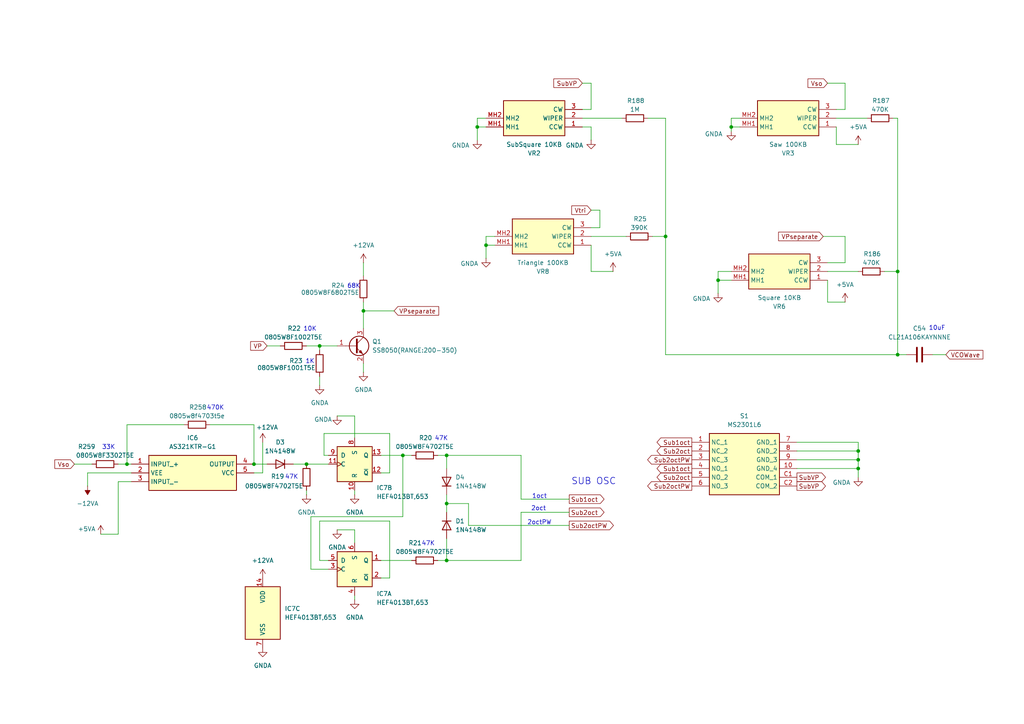
<source format=kicad_sch>
(kicad_sch (version 20250114) (generator "eeschema") (generator_version "9.0")
  (paper "A4")
  (lib_symbols
    (symbol "4xxx:4013" (pin_names (offset 1.016))
      (property "Reference" "U" (at -7.62 8.89 0))
      (property "Value" "4013" (at -7.62 -8.89 0))
      (symbol "4013_1_1"
        (rectangle (start -5.08 5.08) (end 5.08 -5.08) (stroke (width 0.254)) (fill (type background)))
        (pin input line (at -7.62 2.54 0) (length 2.54) (name "D") (number "5"))
        (pin input clock (at -7.62 0 0) (length 2.54) (name "C") (number "3"))
        (pin input line (at 0 7.62 270) (length 2.54) (name "S") (number "6"))
        (pin input line (at 0 -7.62 90) (length 2.54) (name "R") (number "4"))
        (pin output line (at 7.62 2.54 180) (length 2.54) (name "Q") (number "1"))
        (pin output line (at 7.62 -2.54 180) (length 2.54) (name "~{Q}") (number "2"))
      )
      (symbol "4013_2_1"
        (rectangle (start -5.08 5.08) (end 5.08 -5.08) (stroke (width 0.254)) (fill (type background)))
        (pin input line (at -7.62 2.54 0) (length 2.54) (name "D") (number "9"))
        (pin input clock (at -7.62 0 0) (length 2.54) (name "C") (number "11"))
        (pin input line (at 0 7.62 270) (length 2.54) (name "S") (number "8"))
        (pin input line (at 0 -7.62 90) (length 2.54) (name "R") (number "10"))
        (pin output line (at 7.62 2.54 180) (length 2.54) (name "Q") (number "13"))
        (pin output line (at 7.62 -2.54 180) (length 2.54) (name "~{Q}") (number "12"))
      )
      (symbol "4013_3_0"
        (pin power_in line (at 0 10.16 270) (length 2.54) (name "VDD") (number "14"))
        (pin power_in line (at 0 -10.16 90) (length 2.54) (name "VSS") (number "7"))
      )
      (symbol "4013_3_1"
        (rectangle (start -5.08 7.62) (end 5.08 -7.62) (stroke (width 0.254)) (fill (type background)))
      )
    )
    (symbol "Device:C" (pin_numbers (hide yes)) (pin_names (offset 0.254))
      (property "Reference" "C" (at 0.635 2.54 0))
      (property "Value" "C" (at 0.635 -2.54 0))
      (symbol "C_0_1"
        (polyline (pts (xy -2.032 0.762) (xy 2.032 0.762)) (stroke (width 0.508)))
        (polyline (pts (xy -2.032 -0.762) (xy 2.032 -0.762)) (stroke (width 0.508)))
      )
      (symbol "C_1_1"
        (pin passive line (at 0 3.81 270) (length 2.794) (name "~") (number "1"))
        (pin passive line (at 0 -3.81 90) (length 2.794) (name "~") (number "2"))
      )
    )
    (symbol "Device:R" (pin_numbers (hide yes)) (pin_names (offset 0))
      (property "Reference" "R" (at 2.032 0 90))
      (property "Value" "R" (at 0 0 90))
      (symbol "R_0_1"
        (rectangle (start -1.016 -2.54) (end 1.016 2.54) (stroke (width 0.254)))
      )
      (symbol "R_1_1"
        (pin passive line (at 0 3.81 270) (length 1.27) (name "~") (number "1"))
        (pin passive line (at 0 -3.81 90) (length 1.27) (name "~") (number "2"))
      )
    )
    (symbol "Diode:1N4148W" (pin_numbers (hide yes)) (pin_names (hide yes))
      (property "Reference" "D" (at 0 2.54 0))
      (property "Value" "1N4148W" (at 0 -2.54 0))
      (symbol "1N4148W_0_1"
        (polyline (pts (xy -1.27 1.27) (xy -1.27 -1.27)) (stroke (width 0.254)))
        (polyline (pts (xy 1.27 1.27) (xy 1.27 -1.27) (xy -1.27 0) (xy 1.27 1.27)) (stroke (width 0.254)))
        (polyline (pts (xy 1.27 0) (xy -1.27 0)))
      )
      (symbol "1N4148W_1_1"
        (pin passive line (at -3.81 0 0) (length 2.54) (name "K") (number "1"))
        (pin passive line (at 3.81 0 180) (length 2.54) (name "A") (number "2"))
      )
    )
    (symbol "SamacSys_Parts:AS321KTR-E1"
      (property "Reference" "D" (at 31.75 7.62 0))
      (property "Value" "AS321KTR-E1" (at 31.75 5.08 0))
      (symbol "AS321KTR-E1_1_1"
        (rectangle (start 5.08 2.54) (end 30.48 -7.62) (stroke (width 0.254)) (fill (type background)))
        (pin passive line (at 0 0 0) (length 5.08) (name "INPUT_+") (number "1"))
        (pin passive line (at 0 -2.54 0) (length 5.08) (name "VEE") (number "2"))
        (pin passive line (at 0 -5.08 0) (length 5.08) (name "INPUT_-") (number "3"))
        (pin passive line (at 35.56 0 180) (length 5.08) (name "OUTPUT") (number "4"))
        (pin passive line (at 35.56 -2.54 180) (length 5.08) (name "VCC") (number "5"))
      )
    )
    (symbol "SamacSys_Parts:MS2301L6"
      (property "Reference" "S" (at 26.67 7.62 0))
      (property "Value" "MS2301L6" (at 26.67 5.08 0))
      (symbol "MS2301L6_1_1"
        (rectangle (start 5.08 2.54) (end 25.4 -15.24) (stroke (width 0.254)) (fill (type background)))
        (pin passive line (at 0 0 0) (length 5.08) (name "NC_1") (number "1"))
        (pin passive line (at 0 -2.54 0) (length 5.08) (name "NC_2") (number "2"))
        (pin passive line (at 0 -5.08 0) (length 5.08) (name "NC_3") (number "3"))
        (pin passive line (at 0 -7.62 0) (length 5.08) (name "NO_1") (number "4"))
        (pin passive line (at 0 -10.16 0) (length 5.08) (name "NO_2") (number "5"))
        (pin passive line (at 0 -12.7 0) (length 5.08) (name "NO_3") (number "6"))
        (pin passive line (at 30.48 0 180) (length 5.08) (name "GND_1") (number "7"))
        (pin passive line (at 30.48 -2.54 180) (length 5.08) (name "GND_2") (number "8"))
        (pin passive line (at 30.48 -5.08 180) (length 5.08) (name "GND_3") (number "9"))
        (pin passive line (at 30.48 -7.62 180) (length 5.08) (name "GND_4") (number "10"))
        (pin passive line (at 30.48 -10.16 180) (length 5.08) (name "COM_1") (number "C1"))
        (pin passive line (at 30.48 -12.7 180) (length 5.08) (name "COM_2") (number "C2"))
      )
    )
    (symbol "SamacSys_Parts:RK09D117000B"
      (property "Reference" "VR" (at 24.13 7.62 0))
      (property "Value" "RK09D117000B" (at 24.13 5.08 0))
      (symbol "RK09D117000B_1_1"
        (rectangle (start 5.08 2.54) (end 22.86 -7.62) (stroke (width 0.254)) (fill (type background)))
        (pin passive line (at 0 0 0) (length 5.08) (name "CCW") (number "1"))
        (pin passive line (at 0 -2.54 0) (length 5.08) (name "WIPER") (number "2"))
        (pin passive line (at 0 -5.08 0) (length 5.08) (name "CW") (number "3"))
        (pin passive line (at 27.94 0 180) (length 5.08) (name "MH1") (number "MH1"))
        (pin passive line (at 27.94 -2.54 180) (length 5.08) (name "MH2") (number "MH2"))
      )
    )
    (symbol "Transistor_BJT:SS8050" (pin_names (offset 0) (hide yes))
      (property "Reference" "Q" (at 5.08 1.905 0))
      (property "Value" "SS8050" (at 5.08 0 0))
      (symbol "SS8050_0_1"
        (polyline (pts (xy -2.54 0) (xy 0.635 0)))
        (polyline (pts (xy 0.635 1.905) (xy 0.635 -1.905)) (stroke (width 0.508)))
        (circle (center 1.27 0) (radius 2.8194) (stroke (width 0.254)))
      )
      (symbol "SS8050_1_1"
        (polyline (pts (xy 0.635 0.635) (xy 2.54 2.54)))
        (polyline (pts (xy 0.635 -0.635) (xy 2.54 -2.54)))
        (polyline (pts (xy 1.27 -1.778) (xy 1.778 -1.27) (xy 2.286 -2.286) (xy 1.27 -1.778)) (fill (type outline)))
        (pin input line (at -5.08 0 0) (length 2.54) (name "B") (number "1"))
        (pin passive line (at 2.54 5.08 270) (length 2.54) (name "C") (number "3"))
        (pin passive line (at 2.54 -5.08 90) (length 2.54) (name "E") (number "2"))
      )
    )
    (symbol "power:+12VA" (power) (pin_numbers (hide yes)) (pin_names (offset 0) (hide yes))
      (property "Value" "+12VA" (at 0 3.556 0))
      (symbol "+12VA_0_1"
        (polyline (pts (xy -0.762 1.27) (xy 0 2.54)))
        (polyline (pts (xy 0 2.54) (xy 0.762 1.27)))
        (polyline (pts (xy 0 0) (xy 0 2.54)))
      )
      (symbol "+12VA_1_1"
        (pin power_in line (at 0 0 90) (length 0) (name "~") (number "1"))
      )
    )
    (symbol "power:+5VA" (power) (pin_numbers (hide yes)) (pin_names (offset 0) (hide yes))
      (property "Value" "+5VA" (at 0 3.556 0))
      (symbol "+5VA_0_1"
        (polyline (pts (xy -0.762 1.27) (xy 0 2.54)))
        (polyline (pts (xy 0 2.54) (xy 0.762 1.27)))
        (polyline (pts (xy 0 0) (xy 0 2.54)))
      )
      (symbol "+5VA_1_1"
        (pin power_in line (at 0 0 90) (length 0) (name "~") (number "1"))
      )
    )
    (symbol "power:-12VA" (power) (pin_numbers (hide yes)) (pin_names (offset 0) (hide yes))
      (property "Value" "-12VA" (at 0 3.556 0))
      (symbol "-12VA_0_0"
        (pin power_in line (at 0 0 90) (length 0) (name "~") (number "1"))
      )
      (symbol "-12VA_0_1"
        (polyline (pts (xy 0 0) (xy 0 1.27) (xy 0.762 1.27) (xy 0 2.54) (xy -0.762 1.27) (xy 0 1.27)) (fill (type outline)))
      )
    )
    (symbol "power:GNDA" (power) (pin_numbers (hide yes)) (pin_names (offset 0) (hide yes))
      (property "Value" "GNDA" (at 0 -3.81 0))
      (symbol "GNDA_0_1"
        (polyline (pts (xy 0 0) (xy 0 -1.27) (xy 1.27 -1.27) (xy 0 -2.54) (xy -1.27 -1.27) (xy 0 -1.27)))
      )
      (symbol "GNDA_1_1"
        (pin power_in line (at 0 0 270) (length 0) (name "~") (number "1"))
      )
    )
  )
  (text "47K" (at 84.582 138.43 0) (effects (font (size 1.27 1.27))))
  (text "1oct" (at 156.464 144.018 0) (effects (font (size 1.27 1.27))))
  (text "47K" (at 128.016 127.254 0) (effects (font (size 1.27 1.27))))
  (text "1K" (at 89.916 104.902 0) (effects (font (size 1.27 1.27))))
  (text "33K" (at 31.496 129.794 0) (effects (font (size 1.27 1.27))))
  (text "SUB OSC" (at 172.212 139.7 0) (effects (font (size 1.905 1.905))))
  (text "10K" (at 89.916 95.504 0) (effects (font (size 1.27 1.27))))
  (text "2octPW" (at 156.464 151.638 0) (effects (font (size 1.27 1.27))))
  (text "2oct" (at 156.21 147.574 0) (effects (font (size 1.27 1.27))))
  (text "10uF" (at 271.78 95.25 0) (effects (font (size 1.27 1.27))))
  (text "47K" (at 124.206 157.734 0) (effects (font (size 1.27 1.27))))
  (text "470K" (at 62.484 118.364 0) (effects (font (size 1.27 1.27))))
  (text "68K" (at 102.616 83.058 0) (effects (font (size 1.27 1.27))))
  (junction (at 248.92 130.81))
  (junction (at 193.04 68.58))
  (junction (at 208.28 81.28))
  (junction (at 138.43 36.83))
  (junction (at 248.92 133.35))
  (junction (at 73.66 134.62))
  (junction (at 129.54 162.56))
  (junction (at 248.92 135.89))
  (junction (at 129.54 132.08))
  (junction (at 36.83 134.62))
  (junction (at 88.9 134.62))
  (junction (at 105.41 90.17))
  (junction (at 92.71 100.33))
  (junction (at 129.54 146.05))
  (junction (at 260.35 78.74))
  (junction (at 260.35 102.87))
  (junction (at 140.97 71.12))
  (junction (at 116.84 132.08))
  (junction (at 212.09 36.83))
  (wire (pts (xy 129.54 132.08) (xy 129.54 135.89)))
  (wire (pts (xy 143.51 71.12) (xy 140.97 71.12)))
  (wire (pts (xy 214.63 34.29) (xy 212.09 34.29)))
  (wire (pts (xy 193.04 68.58) (xy 193.04 102.87)))
  (wire (pts (xy 245.11 76.2) (xy 245.11 68.58)))
  (wire (pts (xy 129.54 162.56) (xy 127 162.56)))
  (wire (pts (xy 242.57 34.29) (xy 251.46 34.29)))
  (wire (pts (xy 214.63 36.83) (xy 212.09 36.83)))
  (wire (pts (xy 231.14 135.89) (xy 248.92 135.89)))
  (wire (pts (xy 85.09 134.62) (xy 88.9 134.62)))
  (wire (pts (xy 116.84 132.08) (xy 119.38 132.08)))
  (wire (pts (xy 76.2 137.16) (xy 73.66 137.16)))
  (wire (pts (xy 34.29 139.7) (xy 38.1 139.7)))
  (wire (pts (xy 248.92 128.27) (xy 248.92 130.81)))
  (wire (pts (xy 102.87 172.72) (xy 102.87 173.99)))
  (wire (pts (xy 105.41 90.17) (xy 114.3 90.17)))
  (wire (pts (xy 135.89 152.4) (xy 135.89 146.05)))
  (wire (pts (xy 151.13 148.59) (xy 165.1 148.59)))
  (wire (pts (xy 248.92 133.35) (xy 248.92 135.89)))
  (wire (pts (xy 138.43 36.83) (xy 138.43 40.64)))
  (wire (pts (xy 140.97 68.58) (xy 140.97 71.12)))
  (wire (pts (xy 256.54 78.74) (xy 260.35 78.74)))
  (wire (pts (xy 240.03 24.13) (xy 245.11 24.13)))
  (wire (pts (xy 240.03 87.63) (xy 245.11 87.63)))
  (wire (pts (xy 92.71 109.22) (xy 92.71 111.76)))
  (wire (pts (xy 113.03 151.13) (xy 92.71 151.13)))
  (wire (pts (xy 92.71 162.56) (xy 95.25 162.56)))
  (wire (pts (xy 231.14 133.35) (xy 248.92 133.35)))
  (wire (pts (xy 231.14 128.27) (xy 248.92 128.27)))
  (wire (pts (xy 90.17 165.1) (xy 95.25 165.1)))
  (wire (pts (xy 231.14 130.81) (xy 248.92 130.81)))
  (wire (pts (xy 240.03 81.28) (xy 240.03 87.63)))
  (wire (pts (xy 151.13 144.78) (xy 165.1 144.78)))
  (wire (pts (xy 25.4 137.16) (xy 25.4 140.97)))
  (wire (pts (xy 77.47 100.33) (xy 81.28 100.33)))
  (wire (pts (xy 270.51 102.87) (xy 274.32 102.87)))
  (wire (pts (xy 116.84 132.08) (xy 116.84 149.86)))
  (wire (pts (xy 38.1 137.16) (xy 25.4 137.16)))
  (wire (pts (xy 171.45 78.74) (xy 171.45 71.12)))
  (wire (pts (xy 36.83 134.62) (xy 38.1 134.62)))
  (wire (pts (xy 212.09 36.83) (xy 212.09 38.1)))
  (wire (pts (xy 21.59 134.62) (xy 26.67 134.62)))
  (wire (pts (xy 73.66 123.19) (xy 73.66 134.62)))
  (wire (pts (xy 34.29 134.62) (xy 36.83 134.62)))
  (wire (pts (xy 92.71 151.13) (xy 92.71 162.56)))
  (wire (pts (xy 260.35 78.74) (xy 260.35 102.87)))
  (wire (pts (xy 242.57 41.91) (xy 248.92 41.91)))
  (wire (pts (xy 110.49 167.64) (xy 113.03 167.64)))
  (wire (pts (xy 171.45 60.96) (xy 173.99 60.96)))
  (wire (pts (xy 88.9 100.33) (xy 92.71 100.33)))
  (wire (pts (xy 171.45 66.04) (xy 173.99 66.04)))
  (wire (pts (xy 102.87 153.67) (xy 102.87 157.48)))
  (wire (pts (xy 168.91 36.83) (xy 171.45 36.83)))
  (wire (pts (xy 171.45 36.83) (xy 171.45 40.64)))
  (wire (pts (xy 113.03 167.64) (xy 113.03 151.13)))
  (wire (pts (xy 168.91 24.13) (xy 171.45 24.13)))
  (wire (pts (xy 212.09 34.29) (xy 212.09 36.83)))
  (wire (pts (xy 240.03 78.74) (xy 248.92 78.74)))
  (wire (pts (xy 102.87 120.65) (xy 102.87 127)))
  (wire (pts (xy 97.79 153.67) (xy 102.87 153.67)))
  (wire (pts (xy 140.97 34.29) (xy 138.43 34.29)))
  (wire (pts (xy 129.54 132.08) (xy 151.13 132.08)))
  (wire (pts (xy 187.96 34.29) (xy 193.04 34.29)))
  (wire (pts (xy 105.41 105.41) (xy 105.41 107.95)))
  (wire (pts (xy 260.35 102.87) (xy 262.89 102.87)))
  (wire (pts (xy 92.71 100.33) (xy 92.71 101.6)))
  (wire (pts (xy 193.04 102.87) (xy 260.35 102.87)))
  (wire (pts (xy 60.96 123.19) (xy 73.66 123.19)))
  (wire (pts (xy 151.13 162.56) (xy 151.13 148.59)))
  (wire (pts (xy 110.49 162.56) (xy 119.38 162.56)))
  (wire (pts (xy 171.45 31.75) (xy 168.91 31.75)))
  (wire (pts (xy 129.54 156.21) (xy 129.54 162.56)))
  (wire (pts (xy 92.71 100.33) (xy 97.79 100.33)))
  (wire (pts (xy 212.09 78.74) (xy 208.28 78.74)))
  (wire (pts (xy 88.9 142.24) (xy 88.9 143.51)))
  (wire (pts (xy 129.54 146.05) (xy 129.54 148.59)))
  (wire (pts (xy 165.1 152.4) (xy 135.89 152.4)))
  (wire (pts (xy 129.54 162.56) (xy 151.13 162.56)))
  (wire (pts (xy 212.09 81.28) (xy 208.28 81.28)))
  (wire (pts (xy 138.43 34.29) (xy 138.43 36.83)))
  (wire (pts (xy 36.83 134.62) (xy 36.83 123.19)))
  (wire (pts (xy 248.92 135.89) (xy 248.92 138.43)))
  (wire (pts (xy 140.97 71.12) (xy 140.97 74.93)))
  (wire (pts (xy 245.11 68.58) (xy 238.76 68.58)))
  (wire (pts (xy 189.23 68.58) (xy 193.04 68.58)))
  (wire (pts (xy 116.84 149.86) (xy 90.17 149.86)))
  (wire (pts (xy 93.98 125.73) (xy 93.98 132.08)))
  (wire (pts (xy 143.51 68.58) (xy 140.97 68.58)))
  (wire (pts (xy 97.79 120.65) (xy 102.87 120.65)))
  (wire (pts (xy 260.35 34.29) (xy 260.35 78.74)))
  (wire (pts (xy 248.92 130.81) (xy 248.92 133.35)))
  (wire (pts (xy 88.9 134.62) (xy 95.25 134.62)))
  (wire (pts (xy 102.87 142.24) (xy 102.87 143.51)))
  (wire (pts (xy 76.2 128.27) (xy 76.2 137.16)))
  (wire (pts (xy 171.45 68.58) (xy 181.61 68.58)))
  (wire (pts (xy 105.41 76.2) (xy 105.41 80.01)))
  (wire (pts (xy 135.89 146.05) (xy 129.54 146.05)))
  (wire (pts (xy 129.54 143.51) (xy 129.54 146.05)))
  (wire (pts (xy 105.41 90.17) (xy 105.41 95.25)))
  (wire (pts (xy 208.28 78.74) (xy 208.28 81.28)))
  (wire (pts (xy 177.8 78.74) (xy 171.45 78.74)))
  (wire (pts (xy 110.49 137.16) (xy 113.03 137.16)))
  (wire (pts (xy 93.98 132.08) (xy 95.25 132.08)))
  (wire (pts (xy 73.66 134.62) (xy 77.47 134.62)))
  (wire (pts (xy 168.91 34.29) (xy 180.34 34.29)))
  (wire (pts (xy 127 132.08) (xy 129.54 132.08)))
  (wire (pts (xy 173.99 60.96) (xy 173.99 66.04)))
  (wire (pts (xy 242.57 36.83) (xy 242.57 41.91)))
  (wire (pts (xy 151.13 132.08) (xy 151.13 144.78)))
  (wire (pts (xy 113.03 137.16) (xy 113.03 125.73)))
  (wire (pts (xy 90.17 149.86) (xy 90.17 165.1)))
  (wire (pts (xy 208.28 81.28) (xy 208.28 85.09)))
  (wire (pts (xy 240.03 76.2) (xy 245.11 76.2)))
  (wire (pts (xy 36.83 123.19) (xy 53.34 123.19)))
  (wire (pts (xy 29.21 154.94) (xy 34.29 154.94)))
  (wire (pts (xy 105.41 87.63) (xy 105.41 90.17)))
  (wire (pts (xy 110.49 132.08) (xy 116.84 132.08)))
  (wire (pts (xy 245.11 24.13) (xy 245.11 31.75)))
  (wire (pts (xy 34.29 154.94) (xy 34.29 139.7)))
  (wire (pts (xy 259.08 34.29) (xy 260.35 34.29)))
  (wire (pts (xy 245.11 31.75) (xy 242.57 31.75)))
  (wire (pts (xy 171.45 24.13) (xy 171.45 31.75)))
  (wire (pts (xy 113.03 125.73) (xy 93.98 125.73)))
  (wire (pts (xy 193.04 34.29) (xy 193.04 68.58)))
  (wire (pts (xy 140.97 36.83) (xy 138.43 36.83)))
  (global_label "Sub2octPW" (shape output) (at 200.66 140.97 180) (property "Intersheetrefs" "${INTERSHEET_REFS}" (effects (hide yes))))
  (global_label "VPseparate" (shape input) (at 238.76 68.58 180) (property "Intersheetrefs" "${INTERSHEET_REFS}" (effects (hide yes))))
  (global_label "Sub2oct" (shape output) (at 165.1 148.59 0) (property "Intersheetrefs" "${INTERSHEET_REFS}" (effects (hide yes))))
  (global_label "Vso" (shape input) (at 240.03 24.13 180) (property "Intersheetrefs" "${INTERSHEET_REFS}" (effects (hide yes))))
  (global_label "VCOWave" (shape input) (at 274.32 102.87 0) (property "Intersheetrefs" "${INTERSHEET_REFS}" (effects (hide yes))))
  (global_label "SubVP" (shape input) (at 168.91 24.13 180) (property "Intersheetrefs" "${INTERSHEET_REFS}" (effects (hide yes))))
  (global_label "SubVP" (shape output) (at 231.14 138.43 0) (property "Intersheetrefs" "${INTERSHEET_REFS}" (effects (hide yes))))
  (global_label "VPseparate" (shape input) (at 114.3 90.17 0) (property "Intersheetrefs" "${INTERSHEET_REFS}" (effects (hide yes))))
  (global_label "Sub1oct" (shape output) (at 165.1 144.78 0) (property "Intersheetrefs" "${INTERSHEET_REFS}" (effects (hide yes))))
  (global_label "Sub2oct" (shape output) (at 200.66 138.43 180) (property "Intersheetrefs" "${INTERSHEET_REFS}" (effects (hide yes))))
  (global_label "Vtri" (shape input) (at 171.45 60.96 180) (property "Intersheetrefs" "${INTERSHEET_REFS}" (effects (hide yes))))
  (global_label "VP" (shape input) (at 77.47 100.33 180) (property "Intersheetrefs" "${INTERSHEET_REFS}" (effects (hide yes))))
  (global_label "SubVP" (shape output) (at 231.14 140.97 0) (property "Intersheetrefs" "${INTERSHEET_REFS}" (effects (hide yes))))
  (global_label "Vso" (shape input) (at 21.59 134.62 180) (property "Intersheetrefs" "${INTERSHEET_REFS}" (effects (hide yes))))
  (global_label "Sub2octPW" (shape output) (at 200.66 133.35 180) (property "Intersheetrefs" "${INTERSHEET_REFS}" (effects (hide yes))))
  (global_label "Sub1oct" (shape output) (at 200.66 135.89 180) (property "Intersheetrefs" "${INTERSHEET_REFS}" (effects (hide yes))))
  (global_label "Sub2octPW" (shape output) (at 165.1 152.4 0) (property "Intersheetrefs" "${INTERSHEET_REFS}" (effects (hide yes))))
  (global_label "Sub2oct" (shape output) (at 200.66 130.81 180) (property "Intersheetrefs" "${INTERSHEET_REFS}" (effects (hide yes))))
  (global_label "Sub1oct" (shape output) (at 200.66 128.27 180) (property "Intersheetrefs" "${INTERSHEET_REFS}" (effects (hide yes))))
  (symbol (lib_id "power:+5VA") (at 177.8 78.74 0) (unit 1)
    (property "Reference" "#PWR028" (effects (hide yes)))
    (property "Value" "+5VA" (at 177.8 73.66 0))
    (property "Description" "Power symbol creates a global label with name \"+5VA\"" (effects (hide yes)))
    (instances (project "SynthBoard_Left_Rotary" (path "" (reference "#PWR024") (unit 1))) (project "SynthBoard_Left_Rotary" (path "" (reference "#PWR028") (unit 1))))
  )
  (symbol (lib_id "Diode:1N4148W") (at 129.54 152.4 270) (unit 1)
    (property "Reference" "D3" (at 132.08 151.1299 90) (effects (justify left)))
    (property "Value" "1N4148W" (at 132.08 153.6699 90) (effects (justify left)))
    (property "Footprint" "Diode_SMD:D_SOD-123" (effects (hide yes)))
    (property "Datasheet" "https://www.vishay.com/docs/85748/1n4148w.pdf" (effects (hide yes)))
    (property "Description" "75V 0.15A Fast Switching Diode, SOD-123" (effects (hide yes)))
    (property "Sim.Device" "D" (effects (hide yes)))
    (property "Sim.Pins" "1=K 2=A" (effects (hide yes)))
    (instances (project "SynthBoard" (path "" (reference "D1") (unit 1))) (project "SynthBoard" (path "" (reference "D1") (unit 1))) (project "SynthBoard" (path "" (reference "D3") (unit 1))))
  )
  (symbol (lib_id "SamacSys_Parts:RK09D117000B") (at 171.45 71.12 180) (unit 1)
    (property "Reference" "VR3" (at 157.48 78.74 0))
    (property "Value" "Triangle 100KB" (at 157.48 76.2 0))
    (property "Footprint" "SamacSys_parts:RK09D117000B" (effects (hide yes)))
    (property "Datasheet" "https://tech.alpsalpine.com/prod/j/html/potentiometer/rotarypotentiometers/rk09k/rk09d117000b.html" (effects (hide yes)))
    (property "Description" "9-inch insulated shaft snap-in type RK09K/RK09D series" (effects (hide yes)))
    (property "Height" "30" (effects (hide yes)))
    (property "Manufacturer_Name" "ALPS Electric" (effects (hide yes)))
    (property "Manufacturer_Part_Number" "RK09D117000B" (effects (hide yes)))
    (property "Mouser Part Number" "688-RK09D117000B" (effects (hide yes)))
    (property "Mouser Price/Stock" "https://www.mouser.co.uk/ProductDetail/Alps-Alpine/RK09D117000B?qs=3cOf6TWd2rbc67829PEbEQ%3D%3D" (effects (hide yes)))
    (instances (project "SynthBoard_Left_Rotary" (path "" (reference "VR8") (unit 1))) (project "SynthBoard_Left_Rotary" (path "" (reference "VR3") (unit 1))))
  )
  (symbol (lib_id "Device:R") (at 123.19 162.56 90) (unit 1)
    (property "Reference" "R8" (at 120.396 157.48 90))
    (property "Value" "0805W8F4702T5E" (at 123.19 160.02 90))
    (property "Footprint" "Resistor_SMD:R_0805_2012Metric_Pad1.20x1.40mm_HandSolder" (effects (hide yes)))
    (property "Description" "Resistor" (effects (hide yes)))
    (instances (project "SynthBoard" (path "" (reference "R21") (unit 1))) (project "SynthBoard" (path "" (reference "R21") (unit 1))) (project "SynthBoard" (path "" (reference "R8") (unit 1))))
  )
  (symbol (lib_id "SamacSys_Parts:RK09D117000B") (at 242.57 36.83 180) (unit 1)
    (property "Reference" "VR6" (at 228.6 44.45 0))
    (property "Value" "Saw 100KB" (at 228.6 41.91 0))
    (property "Footprint" "SamacSys_parts:RK09D117000B" (effects (hide yes)))
    (property "Datasheet" "https://tech.alpsalpine.com/prod/j/html/potentiometer/rotarypotentiometers/rk09k/rk09d117000b.html" (effects (hide yes)))
    (property "Description" "9-inch insulated shaft snap-in type RK09K/RK09D series" (effects (hide yes)))
    (property "Height" "30" (effects (hide yes)))
    (property "Manufacturer_Name" "ALPS Electric" (effects (hide yes)))
    (property "Manufacturer_Part_Number" "RK09D117000B" (effects (hide yes)))
    (property "Mouser Part Number" "688-RK09D117000B" (effects (hide yes)))
    (property "Mouser Price/Stock" "https://www.mouser.co.uk/ProductDetail/Alps-Alpine/RK09D117000B?qs=3cOf6TWd2rbc67829PEbEQ%3D%3D" (effects (hide yes)))
    (instances (project "SynthBoard_Left_Rotary" (path "" (reference "VR3") (unit 1))) (project "SynthBoard_Left_Rotary" (path "" (reference "VR6") (unit 1))))
  )
  (symbol (lib_id "power:GNDA") (at 171.45 40.64 0) (unit 1)
    (property "Reference" "#PWR026" (effects (hide yes)))
    (property "Value" "GNDA" (at 166.624 42.164 0))
    (property "Description" "Power symbol creates a global label with name \"GNDA\" , analog ground" (effects (hide yes)))
    (instances (project "SynthBoard_Left_Rotary" (path "" (reference "#PWR019") (unit 1))) (project "SynthBoard_Left_Rotary" (path "" (reference "#PWR026") (unit 1))))
  )
  (symbol (lib_id "power:GNDA") (at 208.28 85.09 0) (unit 1)
    (property "Reference" "#PWR029" (effects (hide yes)))
    (property "Value" "GNDA" (at 203.454 86.614 0))
    (property "Description" "Power symbol creates a global label with name \"GNDA\" , analog ground" (effects (hide yes)))
    (instances (project "SynthBoard_Left_Rotary" (path "" (reference "#PWR025") (unit 1))) (project "SynthBoard_Left_Rotary" (path "" (reference "#PWR029") (unit 1))))
  )
  (symbol (lib_id "power:+12VA") (at 76.2 128.27 0) (unit 1)
    (property "Reference" "#PWR04" (effects (hide yes)))
    (property "Value" "+12VA" (at 77.47 123.952 0))
    (property "Description" "Power symbol creates a global label with name \"+12VA\"" (effects (hide yes)))
    (instances (project "SynthBoard" (path "" (reference "#PWR077") (unit 1))) (project "SynthBoard" (path "" (reference "#PWR077") (unit 1))) (project "SynthBoard" (path "" (reference "#PWR04") (unit 1))))
  )
  (symbol (lib_id "power:GNDA") (at 140.97 74.93 0) (unit 1)
    (property "Reference" "#PWR025" (effects (hide yes)))
    (property "Value" "GNDA" (at 136.144 76.454 0))
    (property "Description" "Power symbol creates a global label with name \"GNDA\" , analog ground" (effects (hide yes)))
    (instances (project "SynthBoard_Left_Rotary" (path "" (reference "#PWR022") (unit 1))) (project "SynthBoard_Left_Rotary" (path "" (reference "#PWR025") (unit 1))))
  )
  (symbol (lib_id "power:GNDA") (at 97.79 120.65 0) (unit 1)
    (property "Reference" "#PWR011" (effects (hide yes)))
    (property "Value" "GNDA" (at 93.726 121.666 0))
    (property "Description" "Power symbol creates a global label with name \"GNDA\" , analog ground" (effects (hide yes)))
    (instances (project "SynthBoard" (path "" (reference "#PWR086") (unit 1))) (project "SynthBoard" (path "" (reference "#PWR086") (unit 1))) (project "SynthBoard" (path "" (reference "#PWR011") (unit 1))))
  )
  (symbol (lib_id "Device:R") (at 92.71 105.41 180) (unit 1)
    (property "Reference" "R5" (at 85.852 104.648 0))
    (property "Value" "0805W8F1001T5E" (at 83.058 106.68 0))
    (property "Footprint" "Resistor_SMD:R_0805_2012Metric_Pad1.20x1.40mm_HandSolder" (effects (hide yes)))
    (property "Description" "Resistor" (effects (hide yes)))
    (instances (project "SynthBoard" (path "" (reference "R23") (unit 1))) (project "SynthBoard" (path "" (reference "R23") (unit 1))) (project "SynthBoard" (path "" (reference "R5") (unit 1))))
  )
  (symbol (lib_id "power:GNDA") (at 105.41 107.95 0) (unit 1)
    (property "Reference" "#PWR023" (effects (hide yes)))
    (property "Value" "GNDA" (at 105.41 113.03 0))
    (property "Description" "Power symbol creates a global label with name \"GNDA\" , analog ground" (effects (hide yes)))
    (instances (project "SynthBoard" (path "" (reference "#PWR095") (unit 1))) (project "SynthBoard" (path "" (reference "#PWR095") (unit 1))) (project "SynthBoard" (path "" (reference "#PWR023") (unit 1))))
  )
  (symbol (lib_id "power:+12VA") (at 76.2 167.64 0) (unit 1)
    (property "Reference" "#PWR05" (effects (hide yes)))
    (property "Value" "+12VA" (at 76.2 162.56 0))
    (property "Description" "Power symbol creates a global label with name \"+12VA\"" (effects (hide yes)))
    (instances (project "SynthBoard" (path "" (reference "#PWR078") (unit 1))) (project "SynthBoard" (path "" (reference "#PWR078") (unit 1))) (project "SynthBoard" (path "" (reference "#PWR05") (unit 1))))
  )
  (symbol (lib_id "power:GNDA") (at 92.71 111.76 0) (unit 1)
    (property "Reference" "#PWR08" (effects (hide yes)))
    (property "Value" "GNDA" (at 92.71 116.84 0))
    (property "Description" "Power symbol creates a global label with name \"GNDA\" , analog ground" (effects (hide yes)))
    (instances (project "SynthBoard" (path "" (reference "#PWR093") (unit 1))) (project "SynthBoard" (path "" (reference "#PWR093") (unit 1))) (project "SynthBoard" (path "" (reference "#PWR08") (unit 1))))
  )
  (symbol (lib_id "power:GNDA") (at 212.09 38.1 0) (unit 1)
    (property "Reference" "#PWR030" (effects (hide yes)))
    (property "Value" "GNDA" (at 207.01 38.862 0))
    (property "Description" "Power symbol creates a global label with name \"GNDA\" , analog ground" (effects (hide yes)))
    (instances (project "SynthBoard_Left_Rotary" (path "" (reference "#PWR01") (unit 1))) (project "SynthBoard_Left_Rotary" (path "" (reference "#PWR030") (unit 1))))
  )
  (symbol (lib_id "Device:R") (at 123.19 132.08 90) (unit 1)
    (property "Reference" "R7" (at 123.444 127 90))
    (property "Value" "0805W8F4702T5E" (at 123.19 129.54 90))
    (property "Footprint" "Resistor_SMD:R_0805_2012Metric_Pad1.20x1.40mm_HandSolder" (effects (hide yes)))
    (property "Description" "Resistor" (effects (hide yes)))
    (instances (project "SynthBoard" (path "" (reference "R20") (unit 1))) (project "SynthBoard" (path "" (reference "R20") (unit 1))) (project "SynthBoard" (path "" (reference "R7") (unit 1))))
  )
  (symbol (lib_id "4xxx:4013") (at 102.87 165.1 0) (unit 1)
    (property "Reference" "IC2" (at 109.22 172.212 0) (effects (justify left)))
    (property "Value" "HEF4013BT,653" (at 109.22 174.752 0) (effects (justify left)))
    (property "Footprint" "Package_SO:SOIC-14_3.9x8.7mm_P1.27mm" (effects (hide yes)))
    (property "Datasheet" "http://www.onsemi.com/pub/Collateral/MC14013B-D.PDF" (effects (hide yes)))
    (property "Description" "Dual D  FlipFlop, Set & reset" (effects (hide yes)))
    (instances (project "SynthBoard" (path "" (reference "IC7") (unit 1))) (project "SynthBoard" (path "" (reference "IC7") (unit 1))) (project "SynthBoard" (path "" (reference "IC2") (unit 1))))
  )
  (symbol (lib_id "Device:R") (at 185.42 68.58 90) (unit 1)
    (property "Reference" "R10" (at 185.674 63.5 90))
    (property "Value" "390K" (at 185.42 66.04 90))
    (property "Footprint" "Resistor_THT:R_Axial_DIN0207_L6.3mm_D2.5mm_P7.62mm_Horizontal" (effects (hide yes)))
    (property "Description" "Resistor" (effects (hide yes)))
    (instances (project "SynthBoard" (path "" (reference "R25") (unit 1))) (project "SynthBoard" (path "" (reference "R25") (unit 1))) (project "SynthBoard" (path "" (reference "R10") (unit 1))))
  )
  (symbol (lib_id "power:-12VA") (at 25.4 140.97 180) (unit 1)
    (property "Reference" "#PWR01" (effects (hide yes)))
    (property "Value" "-12VA" (at 25.4 146.05 0))
    (property "Description" "Power symbol creates a global label with name \"-12VA\"" (effects (hide yes)))
    (instances (project "SynthBoard" (path "" (reference "#PWR072") (unit 1))) (project "SynthBoard" (path "" (reference "#PWR072") (unit 1))) (project "SynthBoard" (path "" (reference "#PWR01") (unit 1))))
  )
  (symbol (lib_id "4xxx:4013") (at 102.87 134.62 0) (unit 2)
    (property "Reference" "IC2" (at 109.22 141.478 0) (effects (justify left)))
    (property "Value" "HEF4013BT,653" (at 109.22 144.018 0) (effects (justify left)))
    (property "Footprint" "Package_SO:SOIC-14_3.9x8.7mm_P1.27mm" (effects (hide yes)))
    (property "Datasheet" "http://www.onsemi.com/pub/Collateral/MC14013B-D.PDF" (effects (hide yes)))
    (property "Description" "Dual D  FlipFlop, Set & reset" (effects (hide yes)))
    (instances (project "SynthBoard" (path "" (reference "IC7") (unit 2))) (project "SynthBoard" (path "" (reference "IC7") (unit 2))) (project "SynthBoard" (path "" (reference "IC2") (unit 2))))
  )
  (symbol (lib_id "Diode:1N4148W") (at 81.28 134.62 180) (unit 1)
    (property "Reference" "D1" (at 81.28 128.27 0))
    (property "Value" "1N4148W" (at 81.28 130.81 0))
    (property "Footprint" "Diode_SMD:D_SOD-123" (effects (hide yes)))
    (property "Datasheet" "https://www.vishay.com/docs/85748/1n4148w.pdf" (effects (hide yes)))
    (property "Description" "75V 0.15A Fast Switching Diode, SOD-123" (effects (hide yes)))
    (property "Sim.Device" "D" (effects (hide yes)))
    (property "Sim.Pins" "1=K 2=A" (effects (hide yes)))
    (instances (project "" (path "" (reference "D3") (unit 1))) (project "" (path "" (reference "D3") (unit 1))) (project "" (path "" (reference "D1") (unit 1))))
  )
  (symbol (lib_id "Device:R") (at 184.15 34.29 90) (unit 1)
    (property "Reference" "R9" (at 184.404 29.21 90))
    (property "Value" "1M" (at 184.15 31.75 90))
    (property "Footprint" "Resistor_THT:R_Axial_DIN0207_L6.3mm_D2.5mm_P7.62mm_Horizontal" (effects (hide yes)))
    (property "Description" "Resistor" (effects (hide yes)))
    (instances (project "SynthBoard" (path "" (reference "R188") (unit 1))) (project "SynthBoard" (path "" (reference "R188") (unit 1))) (project "SynthBoard" (path "" (reference "R9") (unit 1))))
  )
  (symbol (lib_id "Device:R") (at 255.27 34.29 90) (unit 1)
    (property "Reference" "R12" (at 255.524 29.21 90))
    (property "Value" "470K" (at 255.27 31.75 90))
    (property "Footprint" "Resistor_THT:R_Axial_DIN0207_L6.3mm_D2.5mm_P7.62mm_Horizontal" (effects (hide yes)))
    (property "Description" "Resistor" (effects (hide yes)))
    (instances (project "SynthBoard" (path "" (reference "R187") (unit 1))) (project "SynthBoard" (path "" (reference "R187") (unit 1))) (project "SynthBoard" (path "" (reference "R12") (unit 1))))
  )
  (symbol (lib_id "Diode:1N4148W") (at 129.54 139.7 90) (unit 1)
    (property "Reference" "D2" (at 132.08 138.4299 90) (effects (justify right)))
    (property "Value" "1N4148W" (at 132.08 140.9699 90) (effects (justify right)))
    (property "Footprint" "Diode_SMD:D_SOD-123" (effects (hide yes)))
    (property "Datasheet" "https://www.vishay.com/docs/85748/1n4148w.pdf" (effects (hide yes)))
    (property "Description" "75V 0.15A Fast Switching Diode, SOD-123" (effects (hide yes)))
    (property "Sim.Device" "D" (effects (hide yes)))
    (property "Sim.Pins" "1=K 2=A" (effects (hide yes)))
    (instances (project "SynthBoard" (path "" (reference "D4") (unit 1))) (project "SynthBoard" (path "" (reference "D4") (unit 1))) (project "SynthBoard" (path "" (reference "D2") (unit 1))))
  )
  (symbol (lib_id "Device:R") (at 252.73 78.74 90) (unit 1)
    (property "Reference" "R11" (at 252.984 73.66 90))
    (property "Value" "470K" (at 252.73 76.2 90))
    (property "Footprint" "Resistor_THT:R_Axial_DIN0207_L6.3mm_D2.5mm_P7.62mm_Horizontal" (effects (hide yes)))
    (property "Description" "Resistor" (effects (hide yes)))
    (instances (project "SynthBoard" (path "" (reference "R186") (unit 1))) (project "SynthBoard" (path "" (reference "R186") (unit 1))) (project "SynthBoard" (path "" (reference "R11") (unit 1))))
  )
  (symbol (lib_id "SamacSys_Parts:RK09D117000B") (at 168.91 36.83 180) (unit 1)
    (property "Reference" "VR2" (at 154.94 44.45 0))
    (property "Value" "SubSquare 10KB" (at 154.94 41.91 0))
    (property "Footprint" "SamacSys_parts:RK09D117000B" (effects (hide yes)))
    (property "Datasheet" "https://tech.alpsalpine.com/prod/j/html/potentiometer/rotarypotentiometers/rk09k/rk09d117000b.html" (effects (hide yes)))
    (property "Description" "9-inch insulated shaft snap-in type RK09K/RK09D series" (effects (hide yes)))
    (property "Height" "30" (effects (hide yes)))
    (property "Manufacturer_Name" "ALPS Electric" (effects (hide yes)))
    (property "Manufacturer_Part_Number" "RK09D117000B" (effects (hide yes)))
    (property "Mouser Part Number" "688-RK09D117000B" (effects (hide yes)))
    (property "Mouser Price/Stock" "https://www.mouser.co.uk/ProductDetail/Alps-Alpine/RK09D117000B?qs=3cOf6TWd2rbc67829PEbEQ%3D%3D" (effects (hide yes)))
  )
  (symbol (lib_id "power:+5VA") (at 29.21 154.94 0) (unit 1)
    (property "Reference" "#PWR02" (effects (hide yes)))
    (property "Value" "+5VA" (at 25.146 153.416 0))
    (property "Description" "Power symbol creates a global label with name \"+5VA\"" (effects (hide yes)))
    (instances (project "SynthBoard" (path "" (reference "#PWR073") (unit 1))) (project "SynthBoard" (path "" (reference "#PWR073") (unit 1))) (project "SynthBoard" (path "" (reference "#PWR02") (unit 1))))
  )
  (symbol (lib_id "Transistor_BJT:SS8050") (at 102.87 100.33 0) (unit 1)
    (property "Reference" "Q1" (at 107.95 99.0599 0) (effects (justify left)))
    (property "Value" "SS8050(RANGE:200-350)" (at 107.95 101.5999 0) (effects (justify left)))
    (property "Footprint" "SamacSys_parts:SOT95P240X115-3N" (effects (hide yes)))
    (property "Datasheet" "http://www.secosgmbh.com/datasheet/products/SSMPTransistor/SOT-23/SS8050.pdf" (effects (hide yes)))
    (property "Description" "General Purpose NPN Transistor, 1.5A Ic, 25V Vce, SOT-23" (effects (hide yes)))
  )
  (symbol (lib_id "Device:R") (at 85.09 100.33 90) (unit 1)
    (property "Reference" "R3" (at 85.344 95.25 90))
    (property "Value" "0805W8F1002T5E" (at 85.09 97.79 90))
    (property "Footprint" "Resistor_SMD:R_0805_2012Metric_Pad1.20x1.40mm_HandSolder" (effects (hide yes)))
    (property "Description" "Resistor" (effects (hide yes)))
    (instances (project "SynthBoard" (path "" (reference "R22") (unit 1))) (project "SynthBoard" (path "" (reference "R22") (unit 1))) (project "SynthBoard" (path "" (reference "R3") (unit 1))))
  )
  (symbol (lib_id "power:GNDA") (at 76.2 187.96 0) (unit 1)
    (property "Reference" "#PWR06" (effects (hide yes)))
    (property "Value" "GNDA" (at 76.2 193.04 0))
    (property "Description" "Power symbol creates a global label with name \"GNDA\" , analog ground" (effects (hide yes)))
    (instances (project "SynthBoard" (path "" (reference "#PWR079") (unit 1))) (project "SynthBoard" (path "" (reference "#PWR079") (unit 1))) (project "SynthBoard" (path "" (reference "#PWR06") (unit 1))))
  )
  (symbol (lib_id "Device:C") (at 266.7 102.87 90) (unit 1)
    (property "Reference" "C1" (at 266.7 95.25 90))
    (property "Value" "CL21A106KAYNNNE" (at 266.7 97.79 90))
    (property "Footprint" "Capacitor_SMD:C_0805_2012Metric_Pad1.18x1.45mm_HandSolder" (effects (hide yes)))
    (property "Description" "Unpolarized capacitor" (effects (hide yes)))
    (instances (project "SynthBoard" (path "" (reference "C54") (unit 1))) (project "SynthBoard" (path "" (reference "C54") (unit 1))) (project "SynthBoard" (path "" (reference "C1") (unit 1))))
  )
  (symbol (lib_id "Device:R") (at 88.9 138.43 180) (unit 1)
    (property "Reference" "R4" (at 80.518 138.176 0))
    (property "Value" "0805W8F4702T5E" (at 79.502 140.97 0))
    (property "Footprint" "Resistor_SMD:R_0805_2012Metric_Pad1.20x1.40mm_HandSolder" (effects (hide yes)))
    (property "Description" "Resistor" (effects (hide yes)))
    (instances (project "SynthBoard" (path "" (reference "R19") (unit 1))) (project "SynthBoard" (path "" (reference "R19") (unit 1))) (project "SynthBoard" (path "" (reference "R4") (unit 1))))
  )
  (symbol (lib_id "power:GNDA") (at 102.87 173.99 0) (unit 1)
    (property "Reference" "#PWR021" (effects (hide yes)))
    (property "Value" "GNDA" (at 102.87 179.07 0))
    (property "Description" "Power symbol creates a global label with name \"GNDA\" , analog ground" (effects (hide yes)))
    (instances (project "SynthBoard" (path "" (reference "#PWR089") (unit 1))) (project "SynthBoard" (path "" (reference "#PWR089") (unit 1))) (project "SynthBoard" (path "" (reference "#PWR021") (unit 1))))
  )
  (symbol (lib_id "SamacSys_Parts:MS2301L6") (at 200.66 128.27 0) (unit 1)
    (property "Reference" "S1" (at 215.9 120.65 0))
    (property "Value" "MS2301L6" (at 215.9 123.19 0))
    (property "Footprint" "SamacSys_parts:MS2301L6" (effects (hide yes)))
    (property "Datasheet" "https://www.citrelay.com/Catalog%20Pages/SwitchCatalog/MS2301.pdf" (effects (hide yes)))
    (property "Description" "SLIDE SWITCH DP3T 200MA 30VDC" (effects (hide yes)))
    (property "Height" "14.1" (effects (hide yes)))
    (property "Manufacturer_Name" "CIT Relay & Switch" (effects (hide yes)))
    (property "Manufacturer_Part_Number" "MS2301L6" (effects (hide yes)))
  )
  (symbol (lib_id "power:+5VA") (at 245.11 87.63 0) (unit 1)
    (property "Reference" "#PWR031" (effects (hide yes)))
    (property "Value" "+5VA" (at 245.11 82.55 0))
    (property "Description" "Power symbol creates a global label with name \"+5VA\"" (effects (hide yes)))
    (instances (project "SynthBoard_Left_Rotary" (path "" (reference "#PWR04") (unit 1))) (project "SynthBoard_Left_Rotary" (path "" (reference "#PWR031") (unit 1))))
  )
  (symbol (lib_id "Device:R") (at 57.15 123.19 90) (unit 1)
    (property "Reference" "R2" (at 57.404 118.11 90))
    (property "Value" "0805w8f4703t5e" (at 57.15 120.65 90))
    (property "Footprint" "Resistor_SMD:R_0805_2012Metric_Pad1.20x1.40mm_HandSolder" (effects (hide yes)))
    (property "Description" "Resistor" (effects (hide yes)))
    (instances (project "SynthBoard" (path "" (reference "R258") (unit 1))) (project "SynthBoard" (path "" (reference "R258") (unit 1))) (project "SynthBoard" (path "" (reference "R2") (unit 1))))
  )
  (symbol (lib_id "power:+5VA") (at 248.92 41.91 0) (unit 1)
    (property "Reference" "#PWR032" (effects (hide yes)))
    (property "Value" "+5VA" (at 248.92 36.83 0))
    (property "Description" "Power symbol creates a global label with name \"+5VA\"" (effects (hide yes)))
    (instances (project "SynthBoard_Left_Rotary" (path "" (reference "#PWR02") (unit 1))) (project "SynthBoard_Left_Rotary" (path "" (reference "#PWR032") (unit 1))))
  )
  (symbol (lib_id "Device:R") (at 105.41 83.82 180) (unit 1)
    (property "Reference" "R6" (at 98.044 82.804 0))
    (property "Value" "0805W8F6802T5E" (at 95.758 84.836 0))
    (property "Footprint" "Resistor_SMD:R_0805_2012Metric_Pad1.20x1.40mm_HandSolder" (effects (hide yes)))
    (property "Description" "Resistor" (effects (hide yes)))
    (instances (project "SynthBoard" (path "" (reference "R24") (unit 1))) (project "SynthBoard" (path "" (reference "R24") (unit 1))) (project "SynthBoard" (path "" (reference "R6") (unit 1))))
  )
  (symbol (lib_id "power:GNDA") (at 102.87 143.51 0) (unit 1)
    (property "Reference" "#PWR019" (effects (hide yes)))
    (property "Value" "GNDA" (at 102.87 148.59 0))
    (property "Description" "Power symbol creates a global label with name \"GNDA\" , analog ground" (effects (hide yes)))
    (instances (project "SynthBoard" (path "" (reference "#PWR088") (unit 1))) (project "SynthBoard" (path "" (reference "#PWR088") (unit 1))) (project "SynthBoard" (path "" (reference "#PWR019") (unit 1))))
  )
  (symbol (lib_id "Device:R") (at 30.48 134.62 90) (unit 1)
    (property "Reference" "R1" (at 25.146 129.54 90))
    (property "Value" "0805W8F3302T5E" (at 30.48 132.08 90))
    (property "Footprint" "Resistor_SMD:R_0805_2012Metric_Pad1.20x1.40mm_HandSolder" (effects (hide yes)))
    (property "Description" "Resistor" (effects (hide yes)))
    (instances (project "SynthBoard" (path "" (reference "R259") (unit 1))) (project "SynthBoard" (path "" (reference "R259") (unit 1))) (project "SynthBoard" (path "" (reference "R1") (unit 1))))
  )
  (symbol (lib_id "power:GNDA") (at 97.79 153.67 0) (unit 1)
    (property "Reference" "#PWR012" (effects (hide yes)))
    (property "Value" "GNDA" (at 97.79 158.75 0))
    (property "Description" "Power symbol creates a global label with name \"GNDA\" , analog ground" (effects (hide yes)))
    (instances (project "SynthBoard" (path "" (reference "#PWR087") (unit 1))) (project "SynthBoard" (path "" (reference "#PWR087") (unit 1))) (project "SynthBoard" (path "" (reference "#PWR012") (unit 1))))
  )
  (symbol (lib_id "power:GNDA") (at 138.43 40.64 0) (unit 1)
    (property "Reference" "#PWR024" (effects (hide yes)))
    (property "Value" "GNDA" (at 133.604 42.164 0))
    (property "Description" "Power symbol creates a global label with name \"GNDA\" , analog ground" (effects (hide yes)))
    (instances (project "SynthBoard_Left_Rotary" (path "" (reference "#PWR021") (unit 1))) (project "SynthBoard_Left_Rotary" (path "" (reference "#PWR024") (unit 1))))
  )
  (symbol (lib_id "power:GNDA") (at 88.9 143.51 0) (unit 1)
    (property "Reference" "#PWR07" (effects (hide yes)))
    (property "Value" "GNDA" (at 88.9 148.59 0))
    (property "Description" "Power symbol creates a global label with name \"GNDA\" , analog ground" (effects (hide yes)))
    (instances (project "SynthBoard" (path "" (reference "#PWR084") (unit 1))) (project "SynthBoard" (path "" (reference "#PWR084") (unit 1))) (project "SynthBoard" (path "" (reference "#PWR07") (unit 1))))
  )
  (symbol (lib_id "SamacSys_Parts:AS321KTR-E1") (at 38.1 134.62 0) (unit 1)
    (property "Reference" "IC1" (at 55.88 127 0))
    (property "Value" "AS321KTR-G1" (at 55.88 129.54 0))
    (property "Footprint" "SamacSys_parts:SOT95P282X145-5N" (effects (hide yes)))
    (property "Datasheet" "https://www.diodes.com//assets/Datasheets/AS321.pdf" (effects (hide yes)))
    (property "Description" "Excellent Phase Margin: 60 deg.  Large Voltage Gain: 100dB (Typical)  Low Input Bias Current: 20nA (Typical)  Low Input Offset Voltage: 2mV (Typical)  Low Supply Current: 0.35mA at VCC = 5V  Wide Power Supply Voltage:  Single Supply: 3V to 36V  Dual Supplies: +/-1.5V to +/-18V  Wide Input Common Mode Voltage Range: 0V to VCC-1.5V  Lead-Free Packages: SOT25  Totally Lead-Free; RoHS Compliant (Notes 1 & 2)  Lead-Free Packages, Available in Green Molding Compound: SOT25  Totally Lead-F" (effects (hide yes)))
    (property "Height" "1.45" (effects (hide yes)))
    (property "Manufacturer_Name" "Diodes Incorporated" (effects (hide yes)))
    (property "Manufacturer_Part_Number" "AS321KTR-E1" (effects (hide yes)))
    (property "Mouser Part Number" "621-AS321KTR-E1" (effects (hide yes)))
    (property "Mouser Price/Stock" "https://www.mouser.co.uk/ProductDetail/Diodes-Incorporated/AS321KTR-E1?qs=5V6w%252Be2aIqbJH6DETpx4Lw%3D%3D" (effects (hide yes)))
    (property "Arrow Part Number" "AS321KTR-E1" (effects (hide yes)))
    (property "Arrow Price/Stock" "https://www.arrow.com/en/products/as321ktr-e1/diodes-incorporated?region=nac" (effects (hide yes)))
    (instances (project "SynthBoard" (path "" (reference "IC6") (unit 1))) (project "SynthBoard" (path "" (reference "IC6") (unit 1))) (project "SynthBoard" (path "" (reference "IC1") (unit 1))))
  )
  (symbol (lib_id "4xxx:4013") (at 76.2 177.8 0) (unit 3)
    (property "Reference" "IC2" (at 82.55 176.5299 0) (effects (justify left)))
    (property "Value" "HEF4013BT,653" (at 82.55 179.0699 0) (effects (justify left)))
    (property "Footprint" "Package_SO:SOIC-14_3.9x8.7mm_P1.27mm" (effects (hide yes)))
    (property "Datasheet" "http://www.onsemi.com/pub/Collateral/MC14013B-D.PDF" (effects (hide yes)))
    (property "Description" "Dual D  FlipFlop, Set & reset" (effects (hide yes)))
    (instances (project "SynthBoard" (path "" (reference "IC7") (unit 3))) (project "SynthBoard" (path "" (reference "IC7") (unit 3))) (project "SynthBoard" (path "" (reference "IC2") (unit 3))))
  )
  (symbol (lib_id "power:+12VA") (at 105.41 76.2 0) (unit 1)
    (property "Reference" "#PWR022" (effects (hide yes)))
    (property "Value" "+12VA" (at 105.41 71.12 0))
    (property "Description" "Power symbol creates a global label with name \"+12VA\"" (effects (hide yes)))
    (instances (project "SynthBoard" (path "" (reference "#PWR094") (unit 1))) (project "SynthBoard" (path "" (reference "#PWR094") (unit 1))) (project "SynthBoard" (path "" (reference "#PWR022") (unit 1))))
  )
  (symbol (lib_id "power:GNDA") (at 248.92 138.43 0) (unit 1)
    (property "Reference" "#PWR033" (effects (hide yes)))
    (property "Value" "GNDA" (at 244.094 139.954 0))
    (property "Description" "Power symbol creates a global label with name \"GNDA\" , analog ground" (effects (hide yes)))
    (instances (project "SynthBoard" (path "" (reference "#PWR026") (unit 1))) (project "SynthBoard" (path "" (reference "#PWR026") (unit 1))) (project "SynthBoard" (path "" (reference "#PWR033") (unit 1))))
  )
  (symbol (lib_id "SamacSys_Parts:RK09D117000B") (at 240.03 81.28 180) (unit 1)
    (property "Reference" "VR4" (at 226.06 88.9 0))
    (property "Value" "Square 10KB" (at 226.06 86.36 0))
    (property "Footprint" "SamacSys_parts:RK09D117000B" (effects (hide yes)))
    (property "Datasheet" "https://tech.alpsalpine.com/prod/j/html/potentiometer/rotarypotentiometers/rk09k/rk09d117000b.html" (effects (hide yes)))
    (property "Description" "9-inch insulated shaft snap-in type RK09K/RK09D series" (effects (hide yes)))
    (property "Height" "30" (effects (hide yes)))
    (property "Manufacturer_Name" "ALPS Electric" (effects (hide yes)))
    (property "Manufacturer_Part_Number" "RK09D117000B" (effects (hide yes)))
    (property "Mouser Part Number" "688-RK09D117000B" (effects (hide yes)))
    (property "Mouser Price/Stock" "https://www.mouser.co.uk/ProductDetail/Alps-Alpine/RK09D117000B?qs=3cOf6TWd2rbc67829PEbEQ%3D%3D" (effects (hide yes)))
    (instances (project "SynthBoard_Left_Rotary" (path "" (reference "VR6") (unit 1))) (project "SynthBoard_Left_Rotary" (path "" (reference "VR4") (unit 1))))
  )
)
</source>
